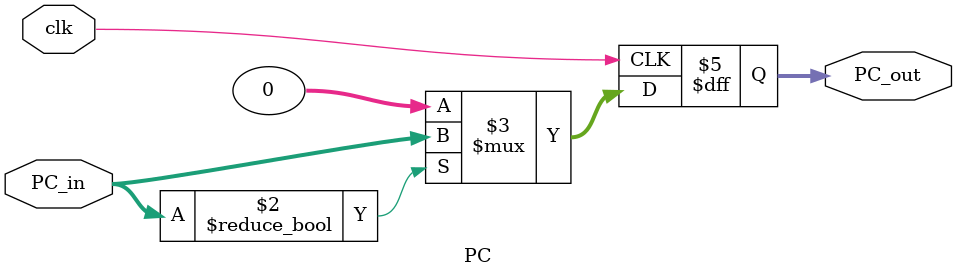
<source format=v>
`timescale 1ns/1ns

module PC(
    input [31:0]PC_in,
    input clk,
    output reg[31:0]PC_out
);

initial begin
    PC_out = 32'b0;
end

always @(posedge clk)
    begin
        PC_out = (PC_in) ? PC_in : 32'b0;
    end
    
endmodule
</source>
